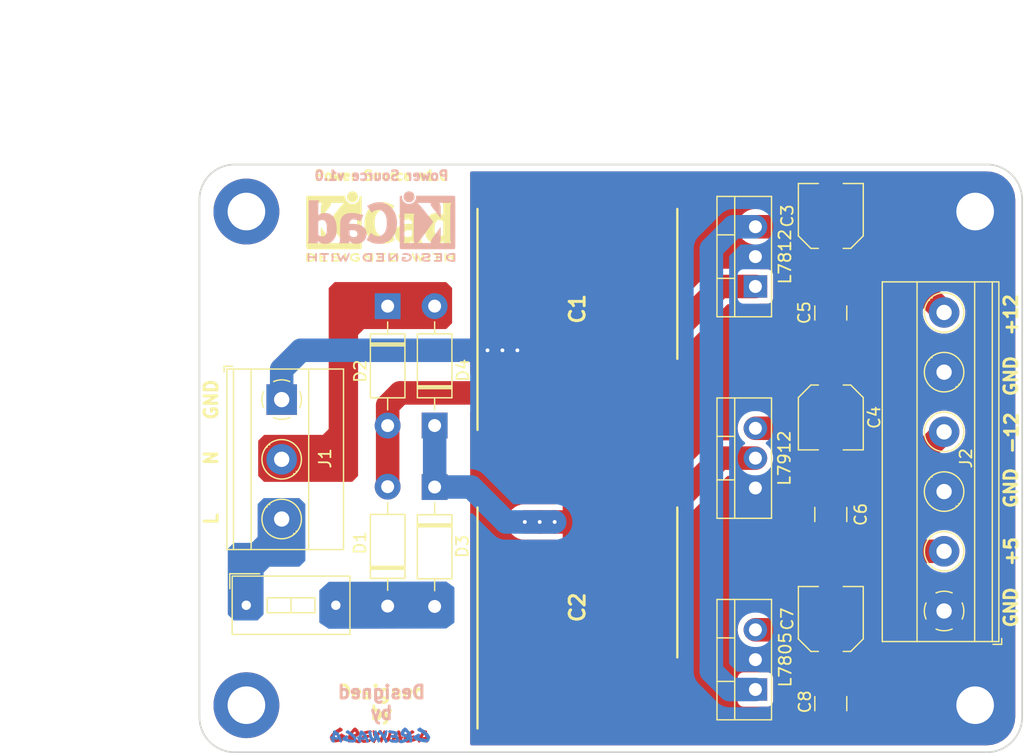
<source format=kicad_pcb>
(kicad_pcb (version 20171130) (host pcbnew 5.1.5-52549c5~86~ubuntu18.04.1)
  (title_block (title "Project Title"))
  (layers (0 F.Cu signal) (31 B.Cu signal) (34 B.Paste user) (35 F.Paste user) (36 B.SilkS user) (37 F.SilkS user) (38 B.Mask user) (39 F.Mask user) (44 Edge.Cuts user))
  (net 0 "")
  (net 1 /+VDD)
  (net 2 GND)
  (net 3 /-VDD)
  (net 4 +12V)
  (net 5 -12VA)
  (net 6 +5V)
  (net 7 "Net-(D1-Pad1)")
  (net 8 /N)
  (net 9 /L)
  (module Capacitor_SMD:CAPAE1700X1700N (layer F.Cu) (at 143.54 84.74 90)
    (fp_text reference C1 (at 0 0 90) (layer F.SilkS) (effects (font (size 1.27 1.27) (thickness 0.254))))
    (fp_text value 2200uF hide)
    (pad 1 smd rect (at -7.15 0 180) (size 2.5 6.3) (layers F.Cu F.Paste F.Mask) (net 1 /+VDD))
    (pad 2 smd rect (at 7.15 0 180) (size 2.5 6.3) (layers F.Cu F.Paste F.Mask) (net 2 GND))
  )
  (module Capacitor_SMD:CAPAE1700X1700N (layer F.Cu) (at 143.54 110.14 90)
    (fp_text reference C2 (at 0 0 90) (layer F.SilkS) (effects (font (size 1.27 1.27) (thickness 0.254))))
    (fp_text value 2200uF hide)
    (pad 2 smd rect (at 7.15 0 180) (size 2.5 6.3) (layers F.Cu F.Paste F.Mask) (net 3 /-VDD))
    (pad 1 smd rect (at -7.15 0 180) (size 2.5 6.3) (layers F.Cu F.Paste F.Mask) (net 2 GND))
  )
  (module Capacitor_SMD:C_1210_3225Metric_Pad1.42x2.65mm_HandSolder (layer F.Cu) (at 165.1 85.09 270)
    (fp_text reference C5 (at -0.0254 2.2606 90) (layer F.SilkS))
    (fp_text value 0.1uF)
    (pad 2 smd roundrect (at 1.4875 0 270) (size 1.425 2.65) (layers F.Cu F.Paste F.Mask) (roundrect_rratio 0.175439) (net 2 GND))
    (pad 1 smd roundrect (at -1.4875 0 270) (size 1.425 2.65) (layers F.Cu F.Paste F.Mask) (roundrect_rratio 0.175439) (net 4 +12V))
  )
  (module Capacitor_SMD:C_1210_3225Metric_Pad1.42x2.65mm_HandSolder (layer F.Cu) (at 165.1 102.235 90)
    (fp_text reference C6 (at 0 2.54 90) (layer F.SilkS))
    (fp_text value 0.1uF)
    (pad 2 smd roundrect (at 1.4875 0 90) (size 1.425 2.65) (layers F.Cu F.Paste F.Mask) (roundrect_rratio 0.175439) (net 5 -12VA))
    (pad 1 smd roundrect (at -1.4875 0 90) (size 1.425 2.65) (layers F.Cu F.Paste F.Mask) (roundrect_rratio 0.175439) (net 2 GND))
  )
  (module Capacitor_SMD:C_1210_3225Metric_Pad1.42x2.65mm_HandSolder (layer F.Cu) (at 165.1 118.3275 270)
    (fp_text reference C8 (at -0.1524 2.2098 90) (layer F.SilkS))
    (fp_text value 0.1uF)
    (pad 2 smd roundrect (at 1.4875 0 270) (size 1.425 2.65) (layers F.Cu F.Paste F.Mask) (roundrect_rratio 0.175439) (net 2 GND))
    (pad 1 smd roundrect (at -1.4875 0 270) (size 1.425 2.65) (layers F.Cu F.Paste F.Mask) (roundrect_rratio 0.175439) (net 6 +5V))
  )
  (module Diode_THT:D_DO-41_SOD81_P10.16mm_Horizontal (layer F.Cu) (at 127.396 110.0282 90)
    (fp_text reference D1 (at 5.3802 -2.3518 90) (layer F.SilkS))
    (fp_text value D_Small_ALT hide)
    (pad 1 thru_hole rect (at 0 0 90) (size 2.2 2.2) (drill 1.1) (layers *.Cu *.Mask) (net 7 "Net-(D1-Pad1)"))
    (pad 2 thru_hole oval (at 10.16 0 90) (size 2.2 2.2) (drill 1.1) (layers *.Cu *.Mask) (net 1 /+VDD))
  )
  (module Diode_THT:D_DO-41_SOD81_P10.16mm_Horizontal (layer F.Cu) (at 127.396 84.5108 270)
    (fp_text reference D2 (at 5.5322 2.3264 90) (layer F.SilkS))
    (fp_text value D_Small_ALT hide)
    (pad 1 thru_hole rect (at 0 0 270) (size 2.2 2.2) (drill 1.1) (layers *.Cu *.Mask) (net 8 /N))
    (pad 2 thru_hole oval (at 10.16 0 270) (size 2.2 2.2) (drill 1.1) (layers *.Cu *.Mask) (net 1 /+VDD))
  )
  (module Diode_THT:D_DO-41_SOD81_P10.16mm_Horizontal (layer F.Cu) (at 131.3942 99.8982 270)
    (fp_text reference D3 (at 5.0618 -2.3622 90) (layer F.SilkS))
    (fp_text value D_Small_ALT hide)
    (pad 2 thru_hole oval (at 10.16 0 270) (size 2.2 2.2) (drill 1.1) (layers *.Cu *.Mask) (net 7 "Net-(D1-Pad1)"))
    (pad 1 thru_hole rect (at 0 0 270) (size 2.2 2.2) (drill 1.1) (layers *.Cu *.Mask) (net 3 /-VDD))
  )
  (module Diode_THT:D_DO-41_SOD81_P10.16mm_Horizontal (layer F.Cu) (at 131.3942 94.6658 90)
    (fp_text reference D4 (at 4.7058 2.413 90) (layer F.SilkS))
    (fp_text value D_Small_ALT hide)
    (pad 2 thru_hole oval (at 10.16 0 90) (size 2.2 2.2) (drill 1.1) (layers *.Cu *.Mask) (net 8 /N))
    (pad 1 thru_hole rect (at 0 0 90) (size 2.2 2.2) (drill 1.1) (layers *.Cu *.Mask) (net 3 /-VDD))
  )
  (module TerminalBlock_Phoenix:TerminalBlock_Phoenix_MKDS-1,5-3-5.08_1x03_P5.08mm_Horizontal (layer F.Cu) (at 118.38 92.46 270)
    (fp_text reference J1 (at 4.9998 -3.6924 90) (layer F.SilkS))
    (fp_text value Screw_Terminal_01x03 hide)
    (pad 1 thru_hole rect (at 0 0 270) (size 2.6 2.6) (drill 1.3) (layers *.Cu *.Mask) (net 2 GND))
    (pad 2 thru_hole circle (at 5.08 0 270) (size 2.6 2.6) (drill 1.3) (layers *.Cu *.Mask) (net 8 /N))
    (pad 3 thru_hole circle (at 10.16 0 270) (size 2.6 2.6) (drill 1.3) (layers *.Cu *.Mask) (net 9 /L))
  )
  (module TerminalBlock_Phoenix:TerminalBlock_Phoenix_MKDS-1,5-6-5.08_1x06_P5.08mm_Horizontal (layer F.Cu) (at 174.7378 110.4448 90)
    (fp_text reference J2 (at 12.9946 1.863 90) (layer F.SilkS))
    (fp_text value Screw_Terminal_01x06 hide)
    (pad 1 thru_hole rect (at 0 0 90) (size 2.6 2.6) (drill 1.3) (layers *.Cu *.Mask) (net 2 GND))
    (pad 2 thru_hole circle (at 5.08 0 90) (size 2.6 2.6) (drill 1.3) (layers *.Cu *.Mask) (net 6 +5V))
    (pad 3 thru_hole circle (at 10.16 0 90) (size 2.6 2.6) (drill 1.3) (layers *.Cu *.Mask) (net 2 GND))
    (pad 4 thru_hole circle (at 15.24 0 90) (size 2.6 2.6) (drill 1.3) (layers *.Cu *.Mask) (net 5 -12VA))
    (pad 5 thru_hole circle (at 20.32 0 90) (size 2.6 2.6) (drill 1.3) (layers *.Cu *.Mask) (net 2 GND))
    (pad 6 thru_hole circle (at 25.4 0 90) (size 2.6 2.6) (drill 1.3) (layers *.Cu *.Mask) (net 4 +12V))
  )
  (module Buttons_Switches_THT:SW_DIP_x1_W7.62mm_Slide (layer F.Cu) (at 115.3668 109.9566)
    (fp_text reference SW1 hide)
    (fp_text value SW_DIP_x01 hide)
    (pad 1 thru_hole rect (at 0 0) (size 1.6 1.6) (drill 0.8) (layers *.Cu *.Mask) (net 9 /L))
    (pad 2 thru_hole oval (at 7.62 0) (size 1.6 1.6) (drill 0.8) (layers *.Cu *.Mask) (net 7 "Net-(D1-Pad1)"))
  )
  (module Package_TO_SOT_THT:TO-220-3_Vertical (layer F.Cu) (at 158.685 82.835 90)
    (fp_text reference U1 hide)
    (fp_text value L7812)
    (pad 1 thru_hole rect (at 0 0 90) (size 1.905 2) (drill 1.1) (layers *.Cu *.Mask) (net 1 /+VDD))
    (pad 2 thru_hole oval (at 2.54 0 90) (size 1.905 2) (drill 1.1) (layers *.Cu *.Mask) (net 2 GND))
    (pad 3 thru_hole oval (at 5.08 0 90) (size 1.905 2) (drill 1.1) (layers *.Cu *.Mask) (net 4 +12V))
  )
  (module Package_TO_SOT_THT:TO-220-3_Vertical (layer F.Cu) (at 158.685 99.98 90)
    (fp_text reference U2 hide)
    (fp_text value L7912)
    (pad 3 thru_hole oval (at 5.08 0 90) (size 1.905 2) (drill 1.1) (layers *.Cu *.Mask) (net 5 -12VA))
    (pad 2 thru_hole oval (at 2.54 0 90) (size 1.905 2) (drill 1.1) (layers *.Cu *.Mask) (net 3 /-VDD))
    (pad 1 thru_hole rect (at 0 0 90) (size 1.905 2) (drill 1.1) (layers *.Cu *.Mask) (net 2 GND))
  )
  (module Package_TO_SOT_THT:TO-220-3_Vertical (layer F.Cu) (at 158.685 117.125 90)
    (fp_text reference U3 hide)
    (fp_text value L7805)
    (pad 1 thru_hole rect (at 0 0 90) (size 1.905 2) (drill 1.1) (layers *.Cu *.Mask) (net 4 +12V))
    (pad 2 thru_hole oval (at 2.54 0 90) (size 1.905 2) (drill 1.1) (layers *.Cu *.Mask) (net 2 GND))
    (pad 3 thru_hole oval (at 5.08 0 90) (size 1.905 2) (drill 1.1) (layers *.Cu *.Mask) (net 6 +5V))
  )
  (module MountingHole:MountingHole_3.2mm_M3_DIN965_Pad (layer F.Cu) (at 115.38 76.46)
    (fp_text reference H1 hide)
    (fp_text value MountingHole_Pad hide)
    (pad 1 thru_hole circle (at 0 0) (size 5.6 5.6) (drill 3.2) (layers *.Cu *.Mask) (net 2 GND))
  )
  (module MountingHole:MountingHole_3.2mm_M3_DIN965_Pad (layer F.Cu) (at 115.38 118.46)
    (fp_text reference H2 hide)
    (fp_text value MountingHole_Pad hide)
    (pad 1 thru_hole circle (at 0 0) (size 5.6 5.6) (drill 3.2) (layers *.Cu *.Mask) (net 2 GND))
  )
  (module MountingHole:MountingHole_3.2mm_M3_DIN965_Pad (layer F.Cu) (at 177.38 76.46)
    (fp_text reference H3 hide)
    (fp_text value MountingHole_Pad hide)
    (pad 1 thru_hole circle (at 0 0) (size 5.6 5.6) (drill 3.2) (layers *.Cu *.Mask) (net 2 GND))
  )
  (module MountingHole:MountingHole_3.2mm_M3_DIN965_Pad (layer F.Cu) (at 177.38 118.46)
    (fp_text reference H4 hide)
    (fp_text value MountingHole_Pad hide)
    (pad 1 thru_hole circle (at 0 0) (size 5.6 5.6) (drill 3.2) (layers *.Cu *.Mask) (net 2 GND))
  )
  (module Capacitor_SMD:C_Elec_5x5.8 (layer F.Cu) (at 165.1 76.835 90)
    (fp_text reference C3 (at 0 -3.7 90) (layer F.SilkS))
    (fp_text value 1uF)
    (pad 1 smd roundrect (at -2.0625 0 90) (size 2.775 1.6) (layers F.Cu F.Paste F.Mask) (roundrect_rratio 0.15625) (net 4 +12V))
    (pad 2 smd roundrect (at 2.0625 0 90) (size 2.775 1.6) (layers F.Cu F.Paste F.Mask) (roundrect_rratio 0.15625) (net 2 GND))
  )
  (module Capacitor_SMD:C_Elec_5x5.8 (layer F.Cu) (at 165.1 93.98 270)
    (fp_text reference C4 (at 0 -3.7 90) (layer F.SilkS))
    (fp_text value 1uF)
    (pad 2 smd roundrect (at 2.0625 0 270) (size 2.775 1.6) (layers F.Cu F.Paste F.Mask) (roundrect_rratio 0.15625) (net 5 -12VA))
    (pad 1 smd roundrect (at -2.0625 0 270) (size 2.775 1.6) (layers F.Cu F.Paste F.Mask) (roundrect_rratio 0.15625) (net 2 GND))
  )
  (module Capacitor_SMD:C_Elec_5x5.8 (layer F.Cu) (at 165.1 111.125 90)
    (fp_text reference C7 (at 0 -3.7 90) (layer F.SilkS))
    (fp_text value 1uF)
    (pad 1 smd roundrect (at -2.0625 0 90) (size 2.775 1.6) (layers F.Cu F.Paste F.Mask) (roundrect_rratio 0.15625) (net 6 +5V))
    (pad 2 smd roundrect (at 2.0625 0 90) (size 2.775 1.6) (layers F.Cu F.Paste F.Mask) (roundrect_rratio 0.15625) (net 2 GND))
  )
  (module Symbol:KiCad-Logo2_5mm_SilkScreen (layer F.Cu) (at 126.746 77.724)
    (fp_text reference U5 hide)
    (fp_text value KiCad hide)
  )
  (module Fuente_12v:firma_Cu_Mask (layer F.Cu) (at 126.746 121.031)
    (fp_text reference U6 hide)
    (fp_text value greynaga hide)
    (fp_poly (pts (xy 4.151377 0.452496) (xy 3.657161 0.147681) (xy 3.750181 0.140781) (xy 3.844921 0.12528) (xy 3.819081 0.018483) (xy 3.789801 -0.093484) (xy 3.779461 -0.076254) (xy 3.712281 0.004707) (xy 3.658881 0.089117) (xy 3.638211 0.120127) (xy 3.619261 0.151137) (xy 3.638211 0.149437) (xy 3.657161 0.147737) (xy 3.657161 0.147681) (xy 4.151377 0.452496) (xy 4.120367 0.512786) (xy 4.073857 0.566186) (xy 4.015287 0.604086) (xy 3.946387 0.621316) (xy 3.915377 0.609256) (xy 3.899877 0.598926) (xy 3.889537 0.593726) (xy 3.882637 0.588526) (xy 3.861967 0.579926) (xy 3.868867 0.557536) (xy 3.867167 0.536866) (xy 3.846497 0.514476) (xy 3.836157 0.504135) (xy 3.827557 0.493806) (xy 3.798277 0.461076) (xy 3.844787 0.449016) (xy 3.901637 0.418006) (xy 3.913697 0.354266) (xy 3.855127 0.352566) (xy 3.808617 0.364626) (xy 3.744887 0.380126) (xy 3.675987 0.385326) (xy 3.650147 0.385326) (xy 3.624307 0.381926) (xy 3.607087 0.378526) (xy 3.600187 0.357856) (xy 3.593287 0.350956) (xy 3.574337 0.328566) (xy 3.570937 0.290666) (xy 3.560607 0.259655) (xy 3.545107 0.302716) (xy 3.538207 0.319946) (xy 3.520977 0.323346) (xy 3.515777 0.331946) (xy 3.514077 0.340546) (xy 3.505477 0.369826) (xy 3.498577 0.376726) (xy 3.491677 0.381926) (xy 3.483077 0.412936) (xy 3.472737 0.442216) (xy 3.457237 0.487006) (xy 3.453837 0.528346) (xy 3.446937 0.547296) (xy 3.427987 0.564526) (xy 3.407317 0.574856) (xy 3.396977 0.581756) (xy 3.388377 0.585156) (xy 3.383177 0.604106) (xy 3.362507 0.607506) (xy 3.334947 0.612706) (xy 3.317717 0.614406) (xy 3.300487 0.612706) (xy 3.271207 0.588586) (xy 3.247087 0.569636) (xy 3.229867 0.538626) (xy 3.226467 0.519675) (xy 3.223067 0.502446) (xy 3.217867 0.492116) (xy 3.195477 0.471446) (xy 3.214427 0.455946) (xy 3.216127 0.426666) (xy 3.288477 0.257857) (xy 3.369437 0.092492) (xy 3.395277 0.037372) (xy 3.422837 -0.017749) (xy 3.421137 -0.029809) (xy 3.424537 -0.045309) (xy 3.455547 -0.096989) (xy 3.479667 -0.145219) (xy 3.507227 -0.202059) (xy 3.545127 -0.258898) (xy 3.572687 -0.270959) (xy 3.584747 -0.274359) (xy 3.600247 -0.277759) (xy 3.626087 -0.274359) (xy 3.710487 -0.336369) (xy 3.784557 -0.434559) (xy 3.801787 -0.458669) (xy 3.824177 -0.444889) (xy 3.848297 -0.434559) (xy 3.881027 -0.425959) (xy 3.939597 -0.410459) (xy 3.984387 -0.384619) (xy 3.996447 -0.343279) (xy 4.001647 -0.315719) (xy 4.010247 -0.257149) (xy 4.017147 -0.191689) (xy 4.030927 -0.133119) (xy 4.042987 -0.076279) (xy 4.060217 0.004682) (xy 4.082607 0.077032) (xy 4.099837 0.078732) (xy 4.117057 0.073532) (xy 4.139447 0.070132) (xy 4.158397 0.068432) (xy 4.165297 0.085662) (xy 4.182527 0.102892) (xy 4.215257 0.113232) (xy 4.234207 0.128732) (xy 4.247987 0.139072) (xy 4.273827 0.149402) (xy 4.260047 0.175242) (xy 4.210097 0.235532) (xy 4.139477 0.282042) (xy 4.141177 0.302712) (xy 4.146377 0.321662) (xy 4.154977 0.381952) (xy 4.154977 0.445682) (xy 4.151377 0.452496)) (layer F.Cu) (width 0))
    (fp_poly (pts (xy 3.223076 0.298824) (xy 3.114555 0.414235) (xy 2.966416 0.481415) (xy 2.795884 0.527925) (xy 2.625351 0.581325) (xy 2.582291 0.583025) (xy 2.547841 0.588225) (xy 2.516831 0.593425) (xy 2.482381 0.596825) (xy 2.473781 0.600225) (xy 2.468581 0.607125) (xy 2.415181 0.612325) (xy 2.377281 0.612325) (xy 2.334221 0.617525) (xy 2.296321 0.622725) (xy 2.09306 0.531425) (xy 2.0121 0.293713) (xy 2.0087 0.283383) (xy 2.0018 0.278183) (xy 2.0052 0.248903) (xy 2.0069 0.217893) (xy 2.10853 0.042193) (xy 2.244611 -0.102502) (xy 2.265281 -0.123172) (xy 2.280781 -0.143842) (xy 2.299731 -0.161072) (xy 2.325571 -0.173132) (xy 2.411701 -0.248922) (xy 2.516776 -0.314382) (xy 2.625296 -0.378112) (xy 2.725206 -0.450462) (xy 2.752766 -0.445262) (xy 2.771716 -0.445262) (xy 2.804446 -0.409092) (xy 2.847506 -0.386702) (xy 2.888846 -0.360862) (xy 2.918126 -0.319522) (xy 2.907786 -0.310922) (xy 2.912986 -0.295422) (xy 2.914686 -0.279922) (xy 2.902626 -0.273022) (xy 2.912956 -0.262682) (xy 2.923296 -0.254082) (xy 2.918096 -0.240302) (xy 2.918096 -0.223072) (xy 2.840576 -0.180012) (xy 2.752726 -0.135222) (xy 2.657986 -0.085272) (xy 2.563246 -0.024982) (xy 2.468506 0.052539) (xy 2.375486 0.140389) (xy 2.291076 0.236849) (xy 2.223896 0.333309) (xy 2.230796 0.347089) (xy 2.239396 0.359149) (xy 2.341026 0.359149) (xy 2.437486 0.364349) (xy 2.444386 0.354009) (xy 2.452986 0.343669) (xy 2.635576 0.312659) (xy 2.807831 0.266149) (xy 2.781991 0.257549) (xy 2.761321 0.248949) (xy 2.761321 0.235169) (xy 2.778551 0.221389) (xy 2.738931 0.186939) (xy 2.721701 0.131819) (xy 2.732031 0.111149) (xy 2.721701 0.092199) (xy 2.713101 0.092199) (xy 2.709701 0.097399) (xy 2.708001 0.104299) (xy 2.699401 0.102599) (xy 2.706301 0.076759) (xy 2.716641 0.052649) (xy 2.835496 -0.026592) (xy 2.882006 0.004419) (xy 2.938846 0.037149) (xy 3.000856 0.069879) (xy 3.061146 0.100889) (xy 3.104206 0.128449) (xy 3.140376 0.164619) (xy 3.174826 0.199069) (xy 3.217886 0.228349) (xy 3.219586 0.264519) (xy 3.222986 0.298969) (xy 3.223076 0.298824)) (layer F.Cu) (width 0))
    (fp_poly (pts (xy 1.886378 0.464189) (xy 1.388562 0.166188) (xy 1.481582 0.159288) (xy 1.576322 0.143788) (xy 1.550482 0.03699) (xy 1.521202 -0.074977) (xy 1.510872 -0.057747) (xy 1.443692 0.023214) (xy 1.390292 0.107624) (xy 1.369622 0.138634) (xy 1.350672 0.169644) (xy 1.369622 0.167944) (xy 1.388572 0.166244) (xy 1.388562 0.166188) (xy 1.886378 0.464189) (xy 1.855368 0.524479) (xy 1.808858 0.577879) (xy 1.750288 0.615779) (xy 1.681388 0.633009) (xy 1.650378 0.620949) (xy 1.634878 0.610619) (xy 1.624538 0.605419) (xy 1.617638 0.600219) (xy 1.596968 0.591619) (xy 1.603868 0.569229) (xy 1.602168 0.548559) (xy 1.581498 0.526169) (xy 1.571158 0.515829) (xy 1.562558 0.505498) (xy 1.533278 0.472769) (xy 1.579788 0.460709) (xy 1.636638 0.429699) (xy 1.648698 0.365959) (xy 1.590128 0.364259) (xy 1.543618 0.376319) (xy 1.479888 0.391819) (xy 1.410988 0.397019) (xy 1.385148 0.397019) (xy 1.359308 0.393619) (xy 1.342088 0.390219) (xy 1.335188 0.369549) (xy 1.328288 0.362649) (xy 1.309338 0.340259) (xy 1.305938 0.302359) (xy 1.295608 0.271349) (xy 1.280108 0.314409) (xy 1.273208 0.331639) (xy 1.255978 0.335039) (xy 1.250778 0.343639) (xy 1.249078 0.352239) (xy 1.240478 0.381519) (xy 1.233578 0.388419) (xy 1.226678 0.393619) (xy 1.218078 0.424629) (xy 1.207738 0.453909) (xy 1.192238 0.498699) (xy 1.188838 0.540039) (xy 1.181938 0.558989) (xy 1.162988 0.576219) (xy 1.142318 0.586549) (xy 1.131978 0.593449) (xy 1.123378 0.596849) (xy 1.118178 0.615799) (xy 1.097508 0.619199) (xy 1.069948 0.624399) (xy 1.052718 0.626099) (xy 1.035488 0.624399) (xy 1.006208 0.600279) (xy 0.982088 0.581329) (xy 0.964868 0.550319) (xy 0.961468 0.531369) (xy 0.958068 0.514139) (xy 0.952868 0.503809) (xy 0.930478 0.483139) (xy 0.949428 0.467639) (xy 0.951128 0.438359) (xy 1.023478 0.26955) (xy 1.104438 0.104185) (xy 1.130278 0.049065) (xy 1.157838 -0.006056) (xy 1.156138 -0.018116) (xy 1.159538 -0.033616) (xy 1.190548 -0.085296) (xy 1.214668 -0.133526) (xy 1.242228 -0.190366) (xy 1.280128 -0.247206) (xy 1.307688 -0.259265) (xy 1.319748 -0.262666) (xy 1.335248 -0.266066) (xy 1.361088 -0.262666) (xy 1.445488 -0.324676) (xy 1.519558 -0.422866) (xy 1.536788 -0.446976) (xy 1.559178 -0.433196) (xy 1.583298 -0.422866) (xy 1.616028 -0.414266) (xy 1.674598 -0.398766) (xy 1.719388 -0.372926) (xy 1.731448 -0.331586) (xy 1.736648 -0.304026) (xy 1.745248 -0.245456) (xy 1.752148 -0.179996) (xy 1.765928 -0.121426) (xy 1.777988 -0.064586) (xy 1.795208 0.016375) (xy 1.817598 0.088725) (xy 1.834828 0.090425) (xy 1.852048 0.085225) (xy 1.874438 0.081825) (xy 1.893388 0.080125) (xy 1.900288 0.097355) (xy 1.917518 0.114585) (xy 1.950248 0.124925) (xy 1.969198 0.140425) (xy 1.982978 0.150765) (xy 2.008818 0.161095) (xy 1.995038 0.186935) (xy 1.945088 0.247225) (xy 1.874468 0.293735) (xy 1.876168 0.314405) (xy 1.881368 0.333355) (xy 1.889968 0.393645) (xy 1.889968 0.457375) (xy 1.886378 0.464189)) (layer F.Cu) (width 0))
    (fp_poly (pts (xy 0.33264 0.295379) (xy 0.31025 0.314329) (xy 0.29647 0.343609) (xy 0.28441 0.372889) (xy 0.26718 0.384949) (xy 0.25685 0.409069) (xy 0.24307 0.431459) (xy 0.23274 0.455579) (xy 0.23614 0.484859) (xy 0.21892 0.514139) (xy 0.21032 0.550309) (xy 0.19654 0.579589) (xy 0.15864 0.589929) (xy 0.15694 0.598529) (xy 0.16214 0.610589) (xy 0.13286 0.612289) (xy 0.11047 0.620889) (xy 0.05535 0.584719) (xy 0.01745 0.527879) (xy -0.01183 0.462419) (xy -0.03595 0.405579) (xy -0.03425 0.369409) (xy -0.04631 0.338399) (xy -0.02497 0.293239) (xy -0.00314 0.247319) (xy 0.01917 0.200649) (xy 0.04197 0.153229) (xy 0.06525 0.105049) (xy 0.08902 0.056119) (xy 0.11327 0.006429) (xy 0.13801 -0.044012) (xy 0.16283 -0.094752) (xy 0.18732 -0.145322) (xy 0.21149 -0.195732) (xy 0.23534 -0.245982) (xy 0.25886 -0.296072) (xy 0.28206 -0.346002) (xy 0.30494 -0.395772) (xy 0.32749 -0.445372) (xy 0.405 -0.409202) (xy 0.47562 -0.364412) (xy 0.53074 -0.304122) (xy 0.56002 -0.230052) (xy 0.55142 -0.221452) (xy 0.54452 -0.219752) (xy 0.55142 -0.207692) (xy 0.55142 -0.200792) (xy 0.55142 -0.190452) (xy 0.55662 -0.174952) (xy 0.54629 -0.173252) (xy 0.53595 -0.173252) (xy 0.53935 -0.142242) (xy 0.53245 -0.119852) (xy 0.52385 -0.099182) (xy 0.52555 -0.071622) (xy 0.51695 -0.068222) (xy 0.51355 -0.063021) (xy 0.50835 -0.057822) (xy 0.50145 -0.057822) (xy 0.50485 0.017969) (xy 0.50145 0.095479) (xy 0.50315 0.176439) (xy 0.51521 0.262569) (xy 0.61339 0.169549) (xy 0.67368 0.04208) (xy 0.70985 -0.109505) (xy 0.73569 -0.27487) (xy 0.75981 -0.31277) (xy 0.77531 -0.35928) (xy 0.78909 -0.40923) (xy 0.80632 -0.45574) (xy 0.84938 -0.43851) (xy 0.88383 -0.41095) (xy 0.91656 -0.38339) (xy 0.95962 -0.36789) (xy 0.99752 -0.31105) (xy 1.01991 -0.25248) (xy 1.00613 -0.22147) (xy 0.99753 -0.18702) (xy 0.98375 -0.15429) (xy 0.95963 -0.13017) (xy 0.94585 -0.04749) (xy 0.93035 0.024861) (xy 0.91829 0.100651) (xy 0.91489 0.185051) (xy 0.88561 0.269451) (xy 0.86149 0.350411) (xy 0.81843 0.403811) (xy 0.7857 0.465821) (xy 0.7771 0.469221) (xy 0.76504 0.464021) (xy 0.76504 0.474361) (xy 0.75984 0.481261) (xy 0.75644 0.488161) (xy 0.75984 0.501941) (xy 0.71678 0.531221) (xy 0.67544 0.565671) (xy 0.62376 0.586341) (xy 0.54625 0.574281) (xy 0.420504 0.455425) (xy 0.332654 0.295228) (xy 0.33264 0.295379)) (layer F.Cu) (width 0))
    (fp_poly (pts (xy -0.175512 0.157575) (xy -0.196182 0.183415) (xy -0.213412 0.212695) (xy -0.232362 0.248865) (xy -0.258202 0.279875) (xy -0.275432 0.321215) (xy -0.302992 0.353945) (xy -0.383952 0.503807) (xy -0.394292 0.534817) (xy -0.409792 0.562377) (xy -0.416692 0.574437) (xy -0.421892 0.583037) (xy -0.425292 0.600267) (xy -0.444242 0.624387) (xy -0.463192 0.643337) (xy -0.475252 0.657117) (xy -0.501092 0.667447) (xy -0.654398 0.533089) (xy -0.652698 0.515859) (xy -0.647498 0.498639) (xy -0.640598 0.477969) (xy -0.625098 0.429739) (xy -0.595818 0.386679) (xy -0.580318 0.348779) (xy -0.538978 0.267819) (xy -0.501078 0.202359) (xy -0.478688 0.164459) (xy -0.520028 0.114509) (xy -0.559648 0.031829) (xy -0.583768 -0.038792) (xy -0.588968 -0.076692) (xy -0.595868 -0.109422) (xy -0.604468 -0.147322) (xy -0.607868 -0.186942) (xy -0.618198 -0.211062) (xy -0.614798 -0.228292) (xy -0.613098 -0.259302) (xy -0.621698 -0.300642) (xy -0.630298 -0.338542) (xy -0.631998 -0.379882) (xy -0.621658 -0.417782) (xy -0.588928 -0.450512) (xy -0.559648 -0.452212) (xy -0.530368 -0.434982) (xy -0.501088 -0.419482) (xy -0.464918 -0.402252) (xy -0.428748 -0.379862) (xy -0.416688 -0.355742) (xy -0.394298 -0.336792) (xy -0.394298 -0.317842) (xy -0.392598 -0.298892) (xy -0.385698 -0.271332) (xy -0.378798 -0.250661) (xy -0.373598 -0.204152) (xy -0.363268 -0.164532) (xy -0.352938 -0.124912) (xy -0.351238 -0.080122) (xy -0.334008 -0.092182) (xy -0.327108 -0.097382) (xy -0.320208 -0.102582) (xy -0.218578 -0.240386) (xy -0.221978 -0.257616) (xy -0.185808 -0.292066) (xy -0.159968 -0.317906) (xy -0.137578 -0.343746) (xy -0.118628 -0.357526) (xy 0.038124 -0.464324) (xy 0.062244 -0.467724) (xy 0.069144 -0.445334) (xy 0.096704 -0.410884) (xy 0.143214 -0.381604) (xy 0.158714 -0.371264) (xy 0.167314 -0.345424) (xy 0.165614 -0.329924) (xy 0.172514 -0.312694) (xy 0.138064 -0.252404) (xy 0.100164 -0.217954) (xy 0.070884 -0.192114) (xy 0.051934 -0.164554) (xy 0.039874 -0.150774) (xy -0.006636 -0.095654) (xy -0.011836 -0.074984) (xy -0.032506 -0.074984) (xy -0.041106 -0.068084) (xy -0.058336 -0.038804) (xy -0.075556 -0.016414) (xy -0.084156 -0.007813) (xy -0.089356 0.005967) (xy -0.094556 0.019747) (xy -0.122116 0.054197) (xy -0.134176 0.078317) (xy -0.147956 0.105877) (xy -0.166906 0.131717) (xy -0.175512 0.157575)) (layer F.Cu) (width 0))
    (fp_poly (pts (xy -0.685386 -0.360913) (xy -0.685386 -0.341963) (xy -0.687086 -0.331633) (xy -0.687086 -0.319573) (xy -0.683686 -0.302343) (xy -0.768096 -0.221383) (xy -0.869726 -0.190373) (xy -0.983414 -0.171423) (xy -1.097102 -0.126633) (xy -1.138442 -0.126633) (xy -1.190122 -0.121433) (xy -1.215962 -0.105933) (xy -1.246972 -0.097333) (xy -1.241772 -0.064602) (xy -1.236572 -0.038763) (xy -1.103935 -0.040463) (xy -0.959241 -0.049063) (xy -0.960941 -0.037003) (xy -0.962641 -0.028403) (xy -0.938521 -0.006013) (xy -0.914401 0.018108) (xy -0.890281 0.038778) (xy -0.859271 0.043978) (xy -0.850671 0.074988) (xy -0.854071 0.107718) (xy -0.909191 0.147338) (xy -0.967761 0.181788) (xy -1.031491 0.207628) (xy -1.105561 0.214528) (xy -1.119341 0.214528) (xy -1.129681 0.209328) (xy -1.169301 0.214528) (xy -1.207201 0.219728) (xy -1.253711 0.212828) (xy -1.300221 0.205928) (xy -1.350171 0.283438) (xy -1.389791 0.371288) (xy -1.293331 0.378188) (xy -1.219261 0.372988) (xy -1.148641 0.364388) (xy -1.057341 0.360988) (xy -0.976381 0.336868) (xy -0.888531 0.316198) (xy -0.864411 0.335148) (xy -0.845461 0.359268) (xy -0.824791 0.378218) (xy -0.798951 0.385118) (xy -0.790351 0.402348) (xy -0.785151 0.419568) (xy -0.779951 0.435068) (xy -0.764451 0.438468) (xy -0.824741 0.526318) (xy -0.900531 0.571108) (xy -0.996991 0.595218) (xy -1.112402 0.615888) (xy -1.138242 0.614188) (xy -1.162362 0.610788) (xy -1.257102 0.626288) (xy -1.369068 0.631488) (xy -1.477588 0.615988) (xy -1.561988 0.571198) (xy -1.580938 0.543638) (xy -1.603328 0.517798) (xy -1.610228 0.467848) (xy -1.620558 0.411008) (xy -1.629158 0.350718) (xy -1.625758 0.297318) (xy -1.605088 0.250808) (xy -1.593028 0.206018) (xy -1.582688 0.197418) (xy -1.568908 0.190518) (xy -1.546518 0.131948) (xy -1.522398 0.078548) (xy -1.496558 0.026868) (xy -1.470718 -0.033423) (xy -1.506888 -0.081653) (xy -1.522388 -0.135053) (xy -1.530988 -0.190173) (xy -1.543048 -0.248743) (xy -1.501708 -0.290083) (xy -1.446588 -0.317643) (xy -1.382848 -0.334873) (xy -1.310498 -0.350373) (xy -1.188197 -0.384823) (xy -1.081399 -0.403773) (xy -0.971156 -0.419273) (xy -0.841965 -0.439943) (xy -0.812685 -0.424443) (xy -0.797185 -0.433043) (xy -0.788585 -0.443373) (xy -0.745525 -0.393423) (xy -0.685235 -0.360693) (xy -0.685386 -0.360913)) (layer F.Cu) (width 0))
    (fp_poly (pts (xy -2.738664 0.460743) (xy -2.315093 -0.148895) (xy -2.344373 -0.069655) (xy -2.192789 -0.109275) (xy -2.042927 -0.171285) (xy -2.087717 -0.272915) (xy -2.163507 -0.326315) (xy -2.163513 -0.326315) (xy -2.213463 -0.266025) (xy -2.268583 -0.210905) (xy -2.315093 -0.148895) (xy -2.738664 0.460743) (xy -2.754164 0.448683) (xy -2.769664 0.419403) (xy -2.750714 0.419403) (xy -2.757614 0.350503) (xy -2.742114 0.288493) (xy -2.728334 0.229923) (xy -2.733534 0.169633) (xy -2.721474 0.166233) (xy -2.714574 0.142113) (xy -2.712874 0.111103) (xy -2.714574 0.083543) (xy -2.680124 -0.026701) (xy -2.656004 -0.138666) (xy -2.633614 -0.247187) (xy -2.599164 -0.347097) (xy -2.549214 -0.340197) (xy -2.513044 -0.317807) (xy -2.418304 -0.417717) (xy -2.335624 -0.531405) (xy -2.239164 -0.631315) (xy -2.106527 -0.682995) (xy -2.013507 -0.619265) (xy -1.929097 -0.536585) (xy -1.903257 -0.517635) (xy -1.875697 -0.500405) (xy -1.875697 -0.474565) (xy -1.836077 -0.421165) (xy -1.806797 -0.357435) (xy -1.780957 -0.290255) (xy -1.753397 -0.226525) (xy -1.756797 -0.207575) (xy -1.753397 -0.192075) (xy -1.748197 -0.174855) (xy -1.746497 -0.152465) (xy -1.806787 -0.004326) (xy -1.934256 0.086975) (xy -2.09273 0.147265) (xy -2.246037 0.200665) (xy -2.239137 0.207565) (xy -2.233937 0.217895) (xy -2.154697 0.267845) (xy -2.101297 0.300575) (xy -2.046177 0.321245) (xy -1.961767 0.341915) (xy -1.879087 0.362585) (xy -1.823967 0.374645) (xy -1.772287 0.381545) (xy -1.698217 0.390145) (xy -1.667207 0.434935) (xy -1.649977 0.486615) (xy -1.648277 0.536565) (xy -1.662057 0.572735) (xy -1.653457 0.579635) (xy -1.636237 0.579635) (xy -1.656907 0.600305) (xy -1.674137 0.624425) (xy -1.694807 0.646815) (xy -1.722367 0.658875) (xy -1.880842 0.660575) (xy -2.127166 0.581335) (xy -2.247744 0.531385) (xy -2.328704 0.488325) (xy -2.392434 0.441815) (xy -2.459614 0.381525) (xy -2.466514 0.388425) (xy -2.471714 0.395325) (xy -2.499274 0.507289) (xy -2.550954 0.59514) (xy -2.588854 0.60034) (xy -2.611244 0.61929) (xy -2.637084 0.61759) (xy -2.652584 0.60899) (xy -2.668084 0.59865) (xy -2.695644 0.59525) (xy -2.705984 0.56597) (xy -2.733544 0.55219) (xy -2.730144 0.52635) (xy -2.735344 0.505679) (xy -2.742244 0.48501) (xy -2.738844 0.46089) (xy -2.738664 0.460743)) (layer F.Cu) (width 0))
    (fp_poly (pts (xy -4.273799 0.192371) (xy -4.268599 0.157921) (xy -4.266899 0.118301) (xy -4.14632 -0.091851) (xy -3.982678 -0.264106) (xy -3.958568 -0.288226) (xy -3.939618 -0.314066) (xy -3.917228 -0.334736) (xy -3.886218 -0.348516) (xy -3.782866 -0.439816) (xy -3.65712 -0.519056) (xy -3.526206 -0.596566) (xy -3.405628 -0.682696) (xy -3.376348 -0.674096) (xy -3.352228 -0.675796) (xy -3.312608 -0.629286) (xy -3.260928 -0.603446) (xy -3.210978 -0.572436) (xy -3.174808 -0.524206) (xy -3.186868 -0.515606) (xy -3.181668 -0.496656) (xy -3.178268 -0.477706) (xy -3.193768 -0.469106) (xy -3.181708 -0.457046) (xy -3.169648 -0.444986) (xy -3.174848 -0.427766) (xy -3.174848 -0.408816) (xy -3.267868 -0.355416) (xy -3.374666 -0.303736) (xy -3.488354 -0.243446) (xy -3.602042 -0.171096) (xy -3.717453 -0.079796) (xy -3.827696 0.027003) (xy -3.927606 0.142414) (xy -4.006846 0.257825) (xy -3.998246 0.273325) (xy -3.987916 0.288825) (xy -3.865615 0.288825) (xy -3.751927 0.295725) (xy -3.743327 0.281945) (xy -3.732987 0.269885) (xy -3.514223 0.231985) (xy -3.307517 0.176865) (xy -3.362637 0.157915) (xy -3.362637 0.140685) (xy -3.343687 0.123465) (xy -3.390197 0.082125) (xy -3.410867 0.014945) (xy -3.398807 -0.009166) (xy -3.410867 -0.031556) (xy -3.421207 -0.031556) (xy -3.424607 -0.024656) (xy -3.428007 -0.017756) (xy -3.436607 -0.017756) (xy -3.428007 -0.048766) (xy -3.417667 -0.078046) (xy -3.274696 -0.172786) (xy -3.219576 -0.136616) (xy -3.150676 -0.098716) (xy -3.076606 -0.059096) (xy -3.005986 -0.021196) (xy -2.952586 0.013255) (xy -2.909526 0.054595) (xy -2.868186 0.095935) (xy -2.818236 0.130384) (xy -2.814836 0.175175) (xy -2.811436 0.216515) (xy -2.890676 0.316425) (xy -2.995751 0.385325) (xy -3.118052 0.435275) (xy -3.252411 0.473175) (xy -3.391937 0.511075) (xy -3.528018 0.555865) (xy -3.577968 0.557565) (xy -3.617588 0.562765) (xy -3.655488 0.569665) (xy -3.696828 0.574865) (xy -3.708888 0.578265) (xy -3.715788 0.586865) (xy -3.777798 0.592065) (xy -3.824308 0.592065) (xy -3.874258 0.598965) (xy -3.922488 0.604165) (xy -4.165367 0.493922) (xy -4.261827 0.209701) (xy -4.265227 0.199371) (xy -4.273827 0.192471) (xy -4.273799 0.192371)) (layer F.Cu) (width 0))
  )
  (module Symbol:KiCad-Logo2_5mm_SilkScreen (layer B.Cu) (at 126.873 77.724 180)
    (fp_text reference U7 hide)
    (fp_text value KiCad hide)
  )
  (module Fuente_12v:firma_Bott_Mask (layer F.Cu) (at 126.746 121.031)
    (fp_text reference U4 hide)
    (fp_text value greynaga hide)
    (fp_poly (pts (xy -4.151377 0.452496) (xy -3.657161 0.147681) (xy -3.750181 0.140781) (xy -3.844921 0.12528) (xy -3.819081 0.018483) (xy -3.789801 -0.093484) (xy -3.779461 -0.076254) (xy -3.712281 0.004707) (xy -3.658881 0.089117) (xy -3.638211 0.120127) (xy -3.619261 0.151137) (xy -3.638211 0.149437) (xy -3.657161 0.147737) (xy -3.657161 0.147681) (xy -4.151377 0.452496) (xy -4.120367 0.512786) (xy -4.073857 0.566186) (xy -4.015287 0.604086) (xy -3.946387 0.621316) (xy -3.915377 0.609256) (xy -3.899877 0.598926) (xy -3.889537 0.593726) (xy -3.882637 0.588526) (xy -3.861967 0.579926) (xy -3.868867 0.557536) (xy -3.867167 0.536866) (xy -3.846497 0.514476) (xy -3.836157 0.504135) (xy -3.827557 0.493806) (xy -3.798277 0.461076) (xy -3.844787 0.449016) (xy -3.901637 0.418006) (xy -3.913697 0.354266) (xy -3.855127 0.352566) (xy -3.808617 0.364626) (xy -3.744887 0.380126) (xy -3.675987 0.385326) (xy -3.650147 0.385326) (xy -3.624307 0.381926) (xy -3.607087 0.378526) (xy -3.600187 0.357856) (xy -3.593287 0.350956) (xy -3.574337 0.328566) (xy -3.570937 0.290666) (xy -3.560607 0.259655) (xy -3.545107 0.302716) (xy -3.538207 0.319946) (xy -3.520977 0.323346) (xy -3.515777 0.331946) (xy -3.514077 0.340546) (xy -3.505477 0.369826) (xy -3.498577 0.376726) (xy -3.491677 0.381926) (xy -3.483077 0.412936) (xy -3.472737 0.442216) (xy -3.457237 0.487006) (xy -3.453837 0.528346) (xy -3.446937 0.547296) (xy -3.427987 0.564526) (xy -3.407317 0.574856) (xy -3.396977 0.581756) (xy -3.388377 0.585156) (xy -3.383177 0.604106) (xy -3.362507 0.607506) (xy -3.334947 0.612706) (xy -3.317717 0.614406) (xy -3.300487 0.612706) (xy -3.271207 0.588586) (xy -3.247087 0.569636) (xy -3.229867 0.538626) (xy -3.226467 0.519675) (xy -3.223067 0.502446) (xy -3.217867 0.492116) (xy -3.195477 0.471446) (xy -3.214427 0.455946) (xy -3.216127 0.426666) (xy -3.288477 0.257857) (xy -3.369437 0.092492) (xy -3.395277 0.037372) (xy -3.422837 -0.017749) (xy -3.421137 -0.029809) (xy -3.424537 -0.045309) (xy -3.455547 -0.096989) (xy -3.479667 -0.145219) (xy -3.507227 -0.202059) (xy -3.545127 -0.258898) (xy -3.572687 -0.270959) (xy -3.584747 -0.274359) (xy -3.600247 -0.277759) (xy -3.626087 -0.274359) (xy -3.710487 -0.336369) (xy -3.784557 -0.434559) (xy -3.801787 -0.458669) (xy -3.824177 -0.444889) (xy -3.848297 -0.434559) (xy -3.881027 -0.425959) (xy -3.939597 -0.410459) (xy -3.984387 -0.384619) (xy -3.996447 -0.343279) (xy -4.001647 -0.315719) (xy -4.010247 -0.257149) (xy -4.017147 -0.191689) (xy -4.030927 -0.133119) (xy -4.042987 -0.076279) (xy -4.060217 0.004682) (xy -4.082607 0.077032) (xy -4.099837 0.078732) (xy -4.117057 0.073532) (xy -4.139447 0.070132) (xy -4.158397 0.068432) (xy -4.165297 0.085662) (xy -4.182527 0.102892) (xy -4.215257 0.113232) (xy -4.234207 0.128732) (xy -4.247987 0.139072) (xy -4.273827 0.149402) (xy -4.260047 0.175242) (xy -4.210097 0.235532) (xy -4.139477 0.282042) (xy -4.141177 0.302712) (xy -4.146377 0.321662) (xy -4.154977 0.381952) (xy -4.154977 0.445682) (xy -4.151377 0.452496)) (layer B.Cu) (width 0))
    (fp_poly (pts (xy -3.223076 0.298824) (xy -3.114555 0.414235) (xy -2.966416 0.481415) (xy -2.795884 0.527925) (xy -2.625351 0.581325) (xy -2.582291 0.583025) (xy -2.547841 0.588225) (xy -2.516831 0.593425) (xy -2.482381 0.596825) (xy -2.473781 0.600225) (xy -2.468581 0.607125) (xy -2.415181 0.612325) (xy -2.377281 0.612325) (xy -2.334221 0.617525) (xy -2.296321 0.622725) (xy -2.09306 0.531425) (xy -2.0121 0.293713) (xy -2.0087 0.283383) (xy -2.0018 0.278183) (xy -2.0052 0.248903) (xy -2.0069 0.217893) (xy -2.10853 0.042193) (xy -2.244611 -0.102502) (xy -2.265281 -0.123172) (xy -2.280781 -0.143842) (xy -2.299731 -0.161072) (xy -2.325571 -0.173132) (xy -2.411701 -0.248922) (xy -2.516776 -0.314382) (xy -2.625296 -0.378112) (xy -2.725206 -0.450462) (xy -2.752766 -0.445262) (xy -2.771716 -0.445262) (xy -2.804446 -0.409092) (xy -2.847506 -0.386702) (xy -2.888846 -0.360862) (xy -2.918126 -0.319522) (xy -2.907786 -0.310922) (xy -2.912986 -0.295422) (xy -2.914686 -0.279922) (xy -2.902626 -0.273022) (xy -2.912956 -0.262682) (xy -2.923296 -0.254082) (xy -2.918096 -0.240302) (xy -2.918096 -0.223072) (xy -2.840576 -0.180012) (xy -2.752726 -0.135222) (xy -2.657986 -0.085272) (xy -2.563246 -0.024982) (xy -2.468506 0.052539) (xy -2.375486 0.140389) (xy -2.291076 0.236849) (xy -2.223896 0.333309) (xy -2.230796 0.347089) (xy -2.239396 0.359149) (xy -2.341026 0.359149) (xy -2.437486 0.364349) (xy -2.444386 0.354009) (xy -2.452986 0.343669) (xy -2.635576 0.312659) (xy -2.807831 0.266149) (xy -2.781991 0.257549) (xy -2.761321 0.248949) (xy -2.761321 0.235169) (xy -2.778551 0.221389) (xy -2.738931 0.186939) (xy -2.721701 0.131819) (xy -2.732031 0.111149) (xy -2.721701 0.092199) (xy -2.713101 0.092199) (xy -2.709701 0.097399) (xy -2.708001 0.104299) (xy -2.699401 0.102599) (xy -2.706301 0.076759) (xy -2.716641 0.052649) (xy -2.835496 -0.026592) (xy -2.882006 0.004419) (xy -2.938846 0.037149) (xy -3.000856 0.069879) (xy -3.061146 0.100889) (xy -3.104206 0.128449) (xy -3.140376 0.164619) (xy -3.174826 0.199069) (xy -3.217886 0.228349) (xy -3.219586 0.264519) (xy -3.222986 0.298969) (xy -3.223076 0.298824)) (layer B.Cu) (width 0))
    (fp_poly (pts (xy -1.886378 0.464189) (xy -1.388562 0.166188) (xy -1.481582 0.159288) (xy -1.576322 0.143788) (xy -1.550482 0.03699) (xy -1.521202 -0.074977) (xy -1.510872 -0.057747) (xy -1.443692 0.023214) (xy -1.390292 0.107624) (xy -1.369622 0.138634) (xy -1.350672 0.169644) (xy -1.369622 0.167944) (xy -1.388572 0.166244) (xy -1.388562 0.166188) (xy -1.886378 0.464189) (xy -1.855368 0.524479) (xy -1.808858 0.577879) (xy -1.750288 0.615779) (xy -1.681388 0.633009) (xy -1.650378 0.620949) (xy -1.634878 0.610619) (xy -1.624538 0.605419) (xy -1.617638 0.600219) (xy -1.596968 0.591619) (xy -1.603868 0.569229) (xy -1.602168 0.548559) (xy -1.581498 0.526169) (xy -1.571158 0.515829) (xy -1.562558 0.505498) (xy -1.533278 0.472769) (xy -1.579788 0.460709) (xy -1.636638 0.429699) (xy -1.648698 0.365959) (xy -1.590128 0.364259) (xy -1.543618 0.376319) (xy -1.479888 0.391819) (xy -1.410988 0.397019) (xy -1.385148 0.397019) (xy -1.359308 0.393619) (xy -1.342088 0.390219) (xy -1.335188 0.369549) (xy -1.328288 0.362649) (xy -1.309338 0.340259) (xy -1.305938 0.302359) (xy -1.295608 0.271349) (xy -1.280108 0.314409) (xy -1.273208 0.331639) (xy -1.255978 0.335039) (xy -1.250778 0.343639) (xy -1.249078 0.352239) (xy -1.240478 0.381519) (xy -1.233578 0.388419) (xy -1.226678 0.393619) (xy -1.218078 0.424629) (xy -1.207738 0.453909) (xy -1.192238 0.498699) (xy -1.188838 0.540039) (xy -1.181938 0.558989) (xy -1.162988 0.576219) (xy -1.142318 0.586549) (xy -1.131978 0.593449) (xy -1.123378 0.596849) (xy -1.118178 0.615799) (xy -1.097508 0.619199) (xy -1.069948 0.624399) (xy -1.052718 0.626099) (xy -1.035488 0.624399) (xy -1.006208 0.600279) (xy -0.982088 0.581329) (xy -0.964868 0.550319) (xy -0.961468 0.531369) (xy -0.958068 0.514139) (xy -0.952868 0.503809) (xy -0.930478 0.483139) (xy -0.949428 0.467639) (xy -0.951128 0.438359) (xy -1.023478 0.26955) (xy -1.104438 0.104185) (xy -1.130278 0.049065) (xy -1.157838 -0.006056) (xy -1.156138 -0.018116) (xy -1.159538 -0.033616) (xy -1.190548 -0.085296) (xy -1.214668 -0.133526) (xy -1.242228 -0.190366) (xy -1.280128 -0.247206) (xy -1.307688 -0.259265) (xy -1.319748 -0.262666) (xy -1.335248 -0.266066) (xy -1.361088 -0.262666) (xy -1.445488 -0.324676) (xy -1.519558 -0.422866) (xy -1.536788 -0.446976) (xy -1.559178 -0.433196) (xy -1.583298 -0.422866) (xy -1.616028 -0.414266) (xy -1.674598 -0.398766) (xy -1.719388 -0.372926) (xy -1.731448 -0.331586) (xy -1.736648 -0.304026) (xy -1.745248 -0.245456) (xy -1.752148 -0.179996) (xy -1.765928 -0.121426) (xy -1.777988 -0.064586) (xy -1.795208 0.016375) (xy -1.817598 0.088725) (xy -1.834828 0.090425) (xy -1.852048 0.085225) (xy -1.874438 0.081825) (xy -1.893388 0.080125) (xy -1.900288 0.097355) (xy -1.917518 0.114585) (xy -1.950248 0.124925) (xy -1.969198 0.140425) (xy -1.982978 0.150765) (xy -2.008818 0.161095) (xy -1.995038 0.186935) (xy -1.945088 0.247225) (xy -1.874468 0.293735) (xy -1.876168 0.314405) (xy -1.881368 0.333355) (xy -1.889968 0.393645) (xy -1.889968 0.457375) (xy -1.886378 0.464189)) (layer B.Cu) (width 0))
    (fp_poly (pts (xy -0.33264 0.295379) (xy -0.31025 0.314329) (xy -0.29647 0.343609) (xy -0.28441 0.372889) (xy -0.26718 0.384949) (xy -0.25685 0.409069) (xy -0.24307 0.431459) (xy -0.23274 0.455579) (xy -0.23614 0.484859) (xy -0.21892 0.514139) (xy -0.21032 0.550309) (xy -0.19654 0.579589) (xy -0.15864 0.589929) (xy -0.15694 0.598529) (xy -0.16214 0.610589) (xy -0.13286 0.612289) (xy -0.11047 0.620889) (xy -0.05535 0.584719) (xy -0.01745 0.527879) (xy 0.01183 0.462419) (xy 0.03595 0.405579) (xy 0.03425 0.369409) (xy 0.04631 0.338399) (xy 0.02497 0.293239) (xy 0.00314 0.247319) (xy -0.01917 0.200649) (xy -0.04197 0.153229) (xy -0.06525 0.105049) (xy -0.08902 0.056119) (xy -0.11327 0.006429) (xy -0.13801 -0.044012) (xy -0.16283 -0.094752) (xy -0.18732 -0.145322) (xy -0.21149 -0.195732) (xy -0.23534 -0.245982) (xy -0.25886 -0.296072) (xy -0.28206 -0.346002) (xy -0.30494 -0.395772) (xy -0.32749 -0.445372) (xy -0.405 -0.409202) (xy -0.47562 -0.364412) (xy -0.53074 -0.304122) (xy -0.56002 -0.230052) (xy -0.55142 -0.221452) (xy -0.54452 -0.219752) (xy -0.55142 -0.207692) (xy -0.55142 -0.200792) (xy -0.55142 -0.190452) (xy -0.55662 -0.174952) (xy -0.54629 -0.173252) (xy -0.53595 -0.173252) (xy -0.53935 -0.142242) (xy -0.53245 -0.119852) (xy -0.52385 -0.099182) (xy -0.52555 -0.071622) (xy -0.51695 -0.068222) (xy -0.51355 -0.063021) (xy -0.50835 -0.057822) (xy -0.50145 -0.057822) (xy -0.50485 0.017969) (xy -0.50145 0.095479) (xy -0.50315 0.176439) (xy -0.51521 0.262569) (xy -0.61339 0.169549) (xy -0.67368 0.04208) (xy -0.70985 -0.109505) (xy -0.73569 -0.27487) (xy -0.75981 -0.31277) (xy -0.77531 -0.35928) (xy -0.78909 -0.40923) (xy -0.80632 -0.45574) (xy -0.84938 -0.43851) (xy -0.88383 -0.41095) (xy -0.91656 -0.38339) (xy -0.95962 -0.36789) (xy -0.99752 -0.31105) (xy -1.01991 -0.25248) (xy -1.00613 -0.22147) (xy -0.99753 -0.18702) (xy -0.98375 -0.15429) (xy -0.95963 -0.13017) (xy -0.94585 -0.04749) (xy -0.93035 0.024861) (xy -0.91829 0.100651) (xy -0.91489 0.185051) (xy -0.88561 0.269451) (xy -0.86149 0.350411) (xy -0.81843 0.403811) (xy -0.7857 0.465821) (xy -0.7771 0.469221) (xy -0.76504 0.464021) (xy -0.76504 0.474361) (xy -0.75984 0.481261) (xy -0.75644 0.488161) (xy -0.75984 0.501941) (xy -0.71678 0.531221) (xy -0.67544 0.565671) (xy -0.62376 0.586341) (xy -0.54625 0.574281) (xy -0.420504 0.455425) (xy -0.332654 0.295228) (xy -0.33264 0.295379)) (layer B.Cu) (width 0))
    (fp_poly (pts (xy 0.175512 0.157575) (xy 0.196182 0.183415) (xy 0.213412 0.212695) (xy 0.232362 0.248865) (xy 0.258202 0.279875) (xy 0.275432 0.321215) (xy 0.302992 0.353945) (xy 0.383952 0.503807) (xy 0.394292 0.534817) (xy 0.409792 0.562377) (xy 0.416692 0.574437) (xy 0.421892 0.583037) (xy 0.425292 0.600267) (xy 0.444242 0.624387) (xy 0.463192 0.643337) (xy 0.475252 0.657117) (xy 0.501092 0.667447) (xy 0.654398 0.533089) (xy 0.652698 0.515859) (xy 0.647498 0.498639) (xy 0.640598 0.477969) (xy 0.625098 0.429739) (xy 0.595818 0.386679) (xy 0.580318 0.348779) (xy 0.538978 0.267819) (xy 0.501078 0.202359) (xy 0.478688 0.164459) (xy 0.520028 0.114509) (xy 0.559648 0.031829) (xy 0.583768 -0.038792) (xy 0.588968 -0.076692) (xy 0.595868 -0.109422) (xy 0.604468 -0.147322) (xy 0.607868 -0.186942) (xy 0.618198 -0.211062) (xy 0.614798 -0.228292) (xy 0.613098 -0.259302) (xy 0.621698 -0.300642) (xy 0.630298 -0.338542) (xy 0.631998 -0.379882) (xy 0.621658 -0.417782) (xy 0.588928 -0.450512) (xy 0.559648 -0.452212) (xy 0.530368 -0.434982) (xy 0.501088 -0.419482) (xy 0.464918 -0.402252) (xy 0.428748 -0.379862) (xy 0.416688 -0.355742) (xy 0.394298 -0.336792) (xy 0.394298 -0.317842) (xy 0.392598 -0.298892) (xy 0.385698 -0.271332) (xy 0.378798 -0.250661) (xy 0.373598 -0.204152) (xy 0.363268 -0.164532) (xy 0.352938 -0.124912) (xy 0.351238 -0.080122) (xy 0.334008 -0.092182) (xy 0.327108 -0.097382) (xy 0.320208 -0.102582) (xy 0.218578 -0.240386) (xy 0.221978 -0.257616) (xy 0.185808 -0.292066) (xy 0.159968 -0.317906) (xy 0.137578 -0.343746) (xy 0.118628 -0.357526) (xy -0.038124 -0.464324) (xy -0.062244 -0.467724) (xy -0.069144 -0.445334) (xy -0.096704 -0.410884) (xy -0.143214 -0.381604) (xy -0.158714 -0.371264) (xy -0.167314 -0.345424) (xy -0.165614 -0.329924) (xy -0.172514 -0.312694) (xy -0.138064 -0.252404) (xy -0.100164 -0.217954) (xy -0.070884 -0.192114) (xy -0.051934 -0.164554) (xy -0.039874 -0.150774) (xy 0.006636 -0.095654) (xy 0.011836 -0.074984) (xy 0.032506 -0.074984) (xy 0.041106 -0.068084) (xy 0.058336 -0.038804) (xy 0.075556 -0.016414) (xy 0.084156 -0.007813) (xy 0.089356 0.005967) (xy 0.094556 0.019747) (xy 0.122116 0.054197) (xy 0.134176 0.078317) (xy 0.147956 0.105877) (xy 0.166906 0.131717) (xy 0.175512 0.157575)) (layer B.Cu) (width 0))
    (fp_poly (pts (xy 0.685386 -0.360913) (xy 0.685386 -0.341963) (xy 0.687086 -0.331633) (xy 0.687086 -0.319573) (xy 0.683686 -0.302343) (xy 0.768096 -0.221383) (xy 0.869726 -0.190373) (xy 0.983414 -0.171423) (xy 1.097102 -0.126633) (xy 1.138442 -0.126633) (xy 1.190122 -0.121433) (xy 1.215962 -0.105933) (xy 1.246972 -0.097333) (xy 1.241772 -0.064602) (xy 1.236572 -0.038763) (xy 1.103935 -0.040463) (xy 0.959241 -0.049063) (xy 0.960941 -0.037003) (xy 0.962641 -0.028403) (xy 0.938521 -0.006013) (xy 0.914401 0.018108) (xy 0.890281 0.038778) (xy 0.859271 0.043978) (xy 0.850671 0.074988) (xy 0.854071 0.107718) (xy 0.909191 0.147338) (xy 0.967761 0.181788) (xy 1.031491 0.207628) (xy 1.105561 0.214528) (xy 1.119341 0.214528) (xy 1.129681 0.209328) (xy 1.169301 0.214528) (xy 1.207201 0.219728) (xy 1.253711 0.212828) (xy 1.300221 0.205928) (xy 1.350171 0.283438) (xy 1.389791 0.371288) (xy 1.293331 0.378188) (xy 1.219261 0.372988) (xy 1.148641 0.364388) (xy 1.057341 0.360988) (xy 0.976381 0.336868) (xy 0.888531 0.316198) (xy 0.864411 0.335148) (xy 0.845461 0.359268) (xy 0.824791 0.378218) (xy 0.798951 0.385118) (xy 0.790351 0.402348) (xy 0.785151 0.419568) (xy 0.779951 0.435068) (xy 0.764451 0.438468) (xy 0.824741 0.526318) (xy 0.900531 0.571108) (xy 0.996991 0.595218) (xy 1.112402 0.615888) (xy 1.138242 0.614188) (xy 1.162362 0.610788) (xy 1.257102 0.626288) (xy 1.369068 0.631488) (xy 1.477588 0.615988) (xy 1.561988 0.571198) (xy 1.580938 0.543638) (xy 1.603328 0.517798) (xy 1.610228 0.467848) (xy 1.620558 0.411008) (xy 1.629158 0.350718) (xy 1.625758 0.297318) (xy 1.605088 0.250808) (xy 1.593028 0.206018) (xy 1.582688 0.197418) (xy 1.568908 0.190518) (xy 1.546518 0.131948) (xy 1.522398 0.078548) (xy 1.496558 0.026868) (xy 1.470718 -0.033423) (xy 1.506888 -0.081653) (xy 1.522388 -0.135053) (xy 1.530988 -0.190173) (xy 1.543048 -0.248743) (xy 1.501708 -0.290083) (xy 1.446588 -0.317643) (xy 1.382848 -0.334873) (xy 1.310498 -0.350373) (xy 1.188197 -0.384823) (xy 1.081399 -0.403773) (xy 0.971156 -0.419273) (xy 0.841965 -0.439943) (xy 0.812685 -0.424443) (xy 0.797185 -0.433043) (xy 0.788585 -0.443373) (xy 0.745525 -0.393423) (xy 0.685235 -0.360693) (xy 0.685386 -0.360913)) (layer B.Cu) (width 0))
    (fp_poly (pts (xy 2.738664 0.460743) (xy 2.315093 -0.148895) (xy 2.344373 -0.069655) (xy 2.192789 -0.109275) (xy 2.042927 -0.171285) (xy 2.087717 -0.272915) (xy 2.163507 -0.326315) (xy 2.163513 -0.326315) (xy 2.213463 -0.266025) (xy 2.268583 -0.210905) (xy 2.315093 -0.148895) (xy 2.738664 0.460743) (xy 2.754164 0.448683) (xy 2.769664 0.419403) (xy 2.750714 0.419403) (xy 2.757614 0.350503) (xy 2.742114 0.288493) (xy 2.728334 0.229923) (xy 2.733534 0.169633) (xy 2.721474 0.166233) (xy 2.714574 0.142113) (xy 2.712874 0.111103) (xy 2.714574 0.083543) (xy 2.680124 -0.026701) (xy 2.656004 -0.138666) (xy 2.633614 -0.247187) (xy 2.599164 -0.347097) (xy 2.549214 -0.340197) (xy 2.513044 -0.317807) (xy 2.418304 -0.417717) (xy 2.335624 -0.531405) (xy 2.239164 -0.631315) (xy 2.106527 -0.682995) (xy 2.013507 -0.619265) (xy 1.929097 -0.536585) (xy 1.903257 -0.517635) (xy 1.875697 -0.500405) (xy 1.875697 -0.474565) (xy 1.836077 -0.421165) (xy 1.806797 -0.357435) (xy 1.780957 -0.290255) (xy 1.753397 -0.226525) (xy 1.756797 -0.207575) (xy 1.753397 -0.192075) (xy 1.748197 -0.174855) (xy 1.746497 -0.152465) (xy 1.806787 -0.004326) (xy 1.934256 0.086975) (xy 2.09273 0.147265) (xy 2.246037 0.200665) (xy 2.239137 0.207565) (xy 2.233937 0.217895) (xy 2.154697 0.267845) (xy 2.101297 0.300575) (xy 2.046177 0.321245) (xy 1.961767 0.341915) (xy 1.879087 0.362585) (xy 1.823967 0.374645) (xy 1.772287 0.381545) (xy 1.698217 0.390145) (xy 1.667207 0.434935) (xy 1.649977 0.486615) (xy 1.648277 0.536565) (xy 1.662057 0.572735) (xy 1.653457 0.579635) (xy 1.636237 0.579635) (xy 1.656907 0.600305) (xy 1.674137 0.624425) (xy 1.694807 0.646815) (xy 1.722367 0.658875) (xy 1.880842 0.660575) (xy 2.127166 0.581335) (xy 2.247744 0.531385) (xy 2.328704 0.488325) (xy 2.392434 0.441815) (xy 2.459614 0.381525) (xy 2.466514 0.388425) (xy 2.471714 0.395325) (xy 2.499274 0.507289) (xy 2.550954 0.59514) (xy 2.588854 0.60034) (xy 2.611244 0.61929) (xy 2.637084 0.61759) (xy 2.652584 0.60899) (xy 2.668084 0.59865) (xy 2.695644 0.59525) (xy 2.705984 0.56597) (xy 2.733544 0.55219) (xy 2.730144 0.52635) (xy 2.735344 0.505679) (xy 2.742244 0.48501) (xy 2.738844 0.46089) (xy 2.738664 0.460743)) (layer B.Cu) (width 0))
    (fp_poly (pts (xy 4.273799 0.192371) (xy 4.268599 0.157921) (xy 4.266899 0.118301) (xy 4.14632 -0.091851) (xy 3.982678 -0.264106) (xy 3.958568 -0.288226) (xy 3.939618 -0.314066) (xy 3.917228 -0.334736) (xy 3.886218 -0.348516) (xy 3.782866 -0.439816) (xy 3.65712 -0.519056) (xy 3.526206 -0.596566) (xy 3.405628 -0.682696) (xy 3.376348 -0.674096) (xy 3.352228 -0.675796) (xy 3.312608 -0.629286) (xy 3.260928 -0.603446) (xy 3.210978 -0.572436) (xy 3.174808 -0.524206) (xy 3.186868 -0.515606) (xy 3.181668 -0.496656) (xy 3.178268 -0.477706) (xy 3.193768 -0.469106) (xy 3.181708 -0.457046) (xy 3.169648 -0.444986) (xy 3.174848 -0.427766) (xy 3.174848 -0.408816) (xy 3.267868 -0.355416) (xy 3.374666 -0.303736) (xy 3.488354 -0.243446) (xy 3.602042 -0.171096) (xy 3.717453 -0.079796) (xy 3.827696 0.027003) (xy 3.927606 0.142414) (xy 4.006846 0.257825) (xy 3.998246 0.273325) (xy 3.987916 0.288825) (xy 3.865615 0.288825) (xy 3.751927 0.295725) (xy 3.743327 0.281945) (xy 3.732987 0.269885) (xy 3.514223 0.231985) (xy 3.307517 0.176865) (xy 3.362637 0.157915) (xy 3.362637 0.140685) (xy 3.343687 0.123465) (xy 3.390197 0.082125) (xy 3.410867 0.014945) (xy 3.398807 -0.009166) (xy 3.410867 -0.031556) (xy 3.421207 -0.031556) (xy 3.424607 -0.024656) (xy 3.428007 -0.017756) (xy 3.436607 -0.017756) (xy 3.428007 -0.048766) (xy 3.417667 -0.078046) (xy 3.274696 -0.172786) (xy 3.219576 -0.136616) (xy 3.150676 -0.098716) (xy 3.076606 -0.059096) (xy 3.005986 -0.021196) (xy 2.952586 0.013255) (xy 2.909526 0.054595) (xy 2.868186 0.095935) (xy 2.818236 0.130384) (xy 2.814836 0.175175) (xy 2.811436 0.216515) (xy 2.890676 0.316425) (xy 2.995751 0.385325) (xy 3.118052 0.435275) (xy 3.252411 0.473175) (xy 3.391937 0.511075) (xy 3.528018 0.555865) (xy 3.577968 0.557565) (xy 3.617588 0.562765) (xy 3.655488 0.569665) (xy 3.696828 0.574865) (xy 3.708888 0.578265) (xy 3.715788 0.586865) (xy 3.777798 0.592065) (xy 3.824308 0.592065) (xy 3.874258 0.598965) (xy 3.922488 0.604165) (xy 4.165367 0.493922) (xy 4.261827 0.209701) (xy 4.265227 0.199371) (xy 4.273827 0.192471) (xy 4.273799 0.192371)) (layer B.Cu) (width 0))
  )
  (gr_text "Power Source v1.0" (at 126.873 73.406) (layer B.SilkS) (effects (font (size 0.8 0.8) (thickness 0.2)) (justify mirror)))
  (gr_text "Designed\nby" (at 126.873 118.237) (layer B.SilkS) (effects (font (size 1.1 1.1) (thickness 0.25)) (justify mirror)))
  (gr_text "Power Source v1.0" (at 126.873 73.406) (layer F.SilkS) (effects (font (size 0.8 0.8) (thickness 0.2))))
  (gr_text "Designed\nby" (at 126.873 118.237) (layer F.SilkS) (effects (font (size 1.1 1.1) (thickness 0.25))))
  (gr_text L (at 112.395 102.616 90) (layer F.SilkS) (effects (font (size 1.1 1.1) (thickness 0.25))))
  (gr_text N (at 112.38 97.409 90) (layer F.SilkS) (effects (font (size 1.1 1.1) (thickness 0.25))))
  (gr_text GND (at 112.38 92.46 90) (layer F.SilkS) (effects (font (size 1.1 1.1) (thickness 0.25))))
  (gr_text GND (at 180.4274 110.14 90) (layer F.SilkS) (effects (font (size 1.1 1.1) (thickness 0.25))))
  (gr_text GND (at 180.4274 99.98 90) (layer F.SilkS) (effects (font (size 1.1 1.1) (thickness 0.25))))
  (gr_text GND (at 180.4274 90.455 90) (layer F.SilkS) (effects (font (size 1.1 1.1) (thickness 0.25))))
  (gr_text +5 (at 180.4528 105.3902 90) (layer F.SilkS) (effects (font (size 1.1 1.1) (thickness 0.25))))
  (gr_text -12 (at 180.4782 95.3064 90) (layer F.SilkS) (effects (font (size 1.1 1.1) (thickness 0.25))))
  (gr_text +12 (at 180.4274 85.248 90) (layer F.SilkS) (effects (font (size 1.1 1.1) (thickness 0.25))))
  (gr_text L7912 (at 161.1488 97.44 90) (layer F.SilkS) (effects (font (size 1.016 1.016) (thickness 0.1524))))
  (gr_text L7805 (at 161.225 114.585 90) (layer F.SilkS) (effects (font (size 1.016 1.016) (thickness 0.1524))))
  (gr_text L7812 (at 161.1996 80.295 90) (layer F.SilkS) (effects (font (size 1.016 1.016) (thickness 0.1524))))
  (gr_arc (start 114.38 119.46) (end 111.38 119.46) (angle -90) (layer Edge.Cuts) (width 0.1524))
  (gr_arc (start 178.38 119.46) (end 178.38 122.46) (angle -90) (layer Edge.Cuts) (width 0.1524))
  (gr_arc (start 178.38 75.46) (end 181.38 75.46) (angle -90) (layer Edge.Cuts) (width 0.1524))
  (gr_arc (start 114.38 75.46) (end 114.38 72.46) (angle -90) (layer Edge.Cuts) (width 0.1524))
  (gr_line (start 178.38 72.46) (end 114.38 72.46) (layer Edge.Cuts) (width 0.1524))
  (gr_line (start 181.38 119.46) (end 181.38 75.46) (layer Edge.Cuts) (width 0.1524))
  (gr_line (start 114.38 122.46) (end 178.38 122.46) (layer Edge.Cuts) (width 0.1524))
  (gr_line (start 111.38 75.46) (end 111.38 119.46) (layer Edge.Cuts) (width 0.1524))
  (segment (start 127.396 99.8682) (end 127.396 94.6708) (width 2) (layer F.Cu) (net 1))
  (segment (start 127.396 94.6708) (end 127.396 92.949) (width 2) (layer F.Cu) (net 1))
  (segment (start 128.455 91.89) (end 143.54 91.89) (width 2) (layer F.Cu) (net 1))
  (segment (start 127.396 92.949) (end 128.455 91.89) (width 2) (layer F.Cu) (net 1))
  (segment (start 146.87 91.89) (end 143.54 91.89) (width 2) (layer F.Cu) (net 1))
  (segment (start 147.32 91.44) (end 146.87 91.89) (width 2) (layer F.Cu) (net 1))
  (segment (start 147.32 91.2) (end 147.32 91.44) (width 2) (layer F.Cu) (net 1))
  (segment (start 158.685 82.835) (end 155.685 82.835) (width 2) (layer F.Cu) (net 1))
  (segment (start 155.685 82.835) (end 147.32 91.2) (width 2) (layer F.Cu) (net 1))
  (segment (start 135.89 88.265) (end 137.16 88.265) (width 2) (layer B.Cu) (net 2))
  (via (at 135.89 88.265) (size 0.6858) (drill 0.3302) (layers F.Cu B.Cu) (net 2))
  (segment (start 137.16 88.265) (end 138.43 88.265) (width 2) (layer B.Cu) (net 2))
  (via (at 137.16 88.265) (size 0.6858) (drill 0.3302) (layers F.Cu B.Cu) (net 2))
  (segment (start 138.43 88.265) (end 139.7 88.265) (width 2) (layer B.Cu) (net 2))
  (via (at 138.43 88.265) (size 0.6858) (drill 0.3302) (layers F.Cu B.Cu) (net 2))
  (segment (start 120.015 88.265) (end 138.43 88.265) (width 2) (layer B.Cu) (net 2))
  (segment (start 118.38 92.46) (end 118.38 89.9) (width 2) (layer B.Cu) (net 2))
  (segment (start 118.38 89.9) (end 120.015 88.265) (width 2) (layer B.Cu) (net 2))
  (segment (start 131.3942 94.6658) (end 131.3942 99.8982) (width 2) (layer B.Cu) (net 3))
  (via (at 139.065 102.87) (size 0.6858) (drill 0.3302) (layers F.Cu B.Cu) (net 3))
  (segment (start 143.42 102.87) (end 143.54 102.99) (width 2) (layer F.Cu) (net 3))
  (segment (start 139.065 102.87) (end 140.335 102.87) (width 2) (layer F.Cu) (net 3))
  (segment (start 140.335 102.87) (end 141.605 102.87) (width 2) (layer F.Cu) (net 3))
  (via (at 140.335 102.87) (size 0.6858) (drill 0.3302) (layers F.Cu B.Cu) (net 3))
  (segment (start 141.605 102.87) (end 143.42 102.87) (width 2) (layer F.Cu) (net 3))
  (via (at 141.605 102.87) (size 0.6858) (drill 0.3302) (layers F.Cu B.Cu) (net 3))
  (segment (start 137.466 102.87) (end 141.605 102.87) (width 2) (layer B.Cu) (net 3))
  (segment (start 131.3942 99.8982) (end 134.4942 99.8982) (width 2) (layer B.Cu) (net 3))
  (segment (start 134.4942 99.8982) (end 137.466 102.87) (width 2) (layer B.Cu) (net 3))
  (segment (start 150.135 102.99) (end 143.54 102.99) (width 2) (layer F.Cu) (net 3))
  (segment (start 158.685 97.44) (end 155.685 97.44) (width 2) (layer F.Cu) (net 3))
  (segment (start 155.685 97.44) (end 150.135 102.99) (width 2) (layer F.Cu) (net 3))
  (segment (start 163.9575 77.755) (end 165.1 78.8975) (width 2) (layer F.Cu) (net 4))
  (segment (start 158.685 77.755) (end 163.9575 77.755) (width 2) (layer F.Cu) (net 4))
  (segment (start 165.1 78.8975) (end 165.1 83.6025) (width 2) (layer F.Cu) (net 4))
  (segment (start 173.2955 83.6025) (end 165.1 83.6025) (width 2) (layer F.Cu) (net 4))
  (segment (start 174.7378 85.0448) (end 173.2955 83.6025) (width 2) (layer F.Cu) (net 4))
  (segment (start 156.495 117.125) (end 158.685 117.125) (width 2) (layer B.Cu) (net 4))
  (segment (start 154.94 79.629) (end 154.94 115.57) (width 2) (layer B.Cu) (net 4))
  (segment (start 154.94 115.57) (end 156.495 117.125) (width 2) (layer B.Cu) (net 4))
  (segment (start 158.685 77.755) (end 156.814 77.755) (width 2) (layer B.Cu) (net 4))
  (segment (start 156.814 77.755) (end 154.94 79.629) (width 2) (layer B.Cu) (net 4))
  (segment (start 163.9575 94.9) (end 165.1 96.0425) (width 2) (layer F.Cu) (net 5))
  (segment (start 158.685 94.9) (end 163.9575 94.9) (width 2) (layer F.Cu) (net 5))
  (segment (start 165.1 96.0425) (end 165.1 100.7475) (width 2) (layer F.Cu) (net 5))
  (segment (start 169.1951 100.7475) (end 165.1 100.7475) (width 2) (layer F.Cu) (net 5))
  (segment (start 174.7378 95.2048) (end 169.1951 100.7475) (width 2) (layer F.Cu) (net 5))
  (segment (start 163.9575 112.045) (end 165.1 113.1875) (width 2) (layer F.Cu) (net 6))
  (segment (start 158.685 112.045) (end 163.9575 112.045) (width 2) (layer F.Cu) (net 6))
  (segment (start 165.1 113.1875) (end 165.1 116.84) (width 2) (layer F.Cu) (net 6))
  (segment (start 172.7652 105.3648) (end 174.7378 105.3648) (width 2) (layer F.Cu) (net 6))
  (segment (start 170.815 113.665) (end 170.815 107.315) (width 2) (layer F.Cu) (net 6))
  (segment (start 165.1 116.84) (end 167.64 116.84) (width 2) (layer F.Cu) (net 6))
  (segment (start 170.815 107.315) (end 172.7652 105.3648) (width 2) (layer F.Cu) (net 6))
  (segment (start 167.64 116.84) (end 170.815 113.665) (width 2) (layer F.Cu) (net 6))
  (zone (net 2) (net_name GND) (layer F.Cu) (connect_pads yes (clearance 0.508)) (min_thickness 0.254) (fill yes (arc_segments 32) (thermal_gap 0.508) (thermal_bridge_width 0.508))
    (polygon (pts (xy 181.38 122.46) (xy 134.4168 122.4344) (xy 134.4168 72.4344) (xy 181.38 72.46)))
  )
  (zone (net 2) (net_name GND) (layer B.Cu) (connect_pads yes (clearance 0.508)) (min_thickness 0.254) (fill yes (arc_segments 32) (thermal_gap 0.508) (thermal_bridge_width 0.508))
    (polygon (pts (xy 181.38 122.46) (xy 134.4168 122.4598) (xy 134.4168 72.4598) (xy 181.38 72.46)))
  )
  (zone (net 8) (net_name /N) (layer F.Cu) (connect_pads yes (clearance 0.508)) (min_thickness 0.254) (fill yes (arc_segments 32) (thermal_gap 0.508) (thermal_bridge_width 0.508))
    (polygon (pts (xy 132.88 82.96) (xy 132.88 85.96) (xy 132.38 86.46) (xy 125.38 86.46) (xy 124.88 86.96) (xy 124.88 98.96) (xy 124.38 99.46) (xy 116.88 99.46) (xy 116.38 98.96) (xy 116.38 95.96) (xy 116.88 95.46) (xy 121.88 95.46) (xy 122.38 94.96) (xy 122.38 82.96) (xy 122.88 82.46) (xy 132.38 82.46)))
  )
  (zone (net 7) (net_name "Net-(D1-Pad1)") (layer B.Cu) (connect_pads yes (clearance 0.508)) (min_thickness 0.254) (fill yes (arc_segments 32) (thermal_gap 0.508) (thermal_bridge_width 0.508))
    (polygon (pts (xy 133.078013 108.4378) (xy 133.078013 111.4378) (xy 132.38 111.9378) (xy 122.38 111.96) (xy 121.578013 111.4378) (xy 121.578013 108.6878) (xy 122.38 107.96) (xy 132.38 107.9378)))
  )
  (zone (net 9) (net_name /L) (layer B.Cu) (connect_pads yes (clearance 0.508)) (min_thickness 0.254) (fill yes (arc_segments 32) (thermal_gap 0.508) (thermal_bridge_width 0.508))
    (polygon (pts (xy 120.396 101.346) (xy 120.396 106.172) (xy 119.888 106.68) (xy 117.348 106.68) (xy 116.84 107.188) (xy 116.84 110.744) (xy 116.332 111.252) (xy 114.3 111.252) (xy 113.792 110.744) (xy 113.792 105.156) (xy 114.3 104.648) (xy 115.824 104.648) (xy 116.332 104.14) (xy 116.332 101.346) (xy 116.84 100.838) (xy 119.888 100.838)))
  )
)
</source>
